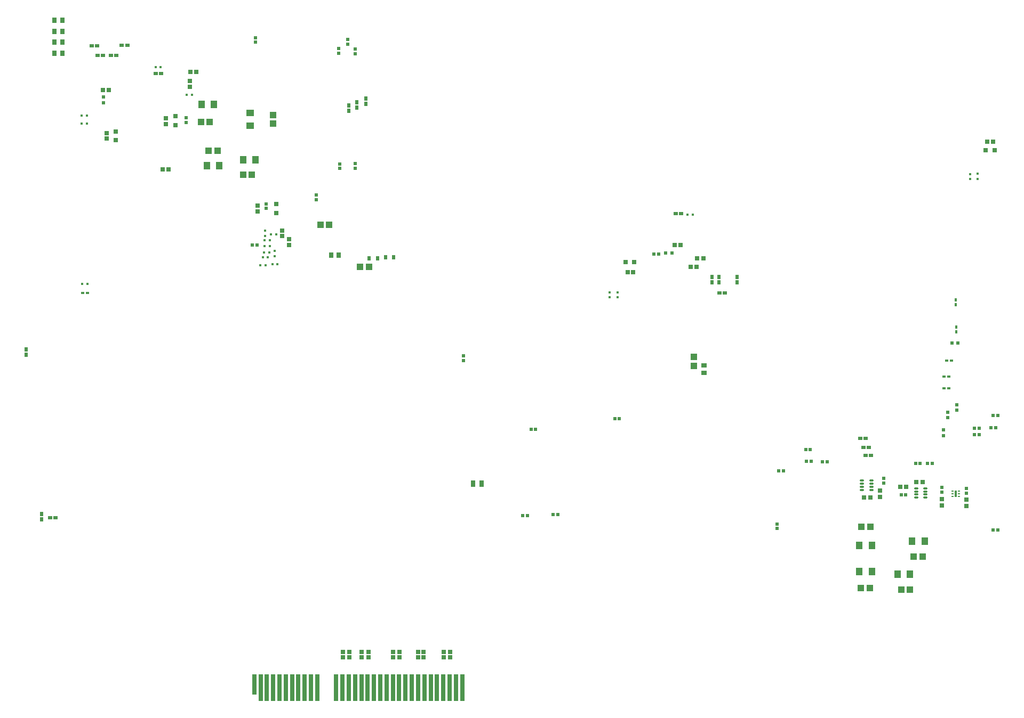
<source format=gbp>
G04*
G04 #@! TF.GenerationSoftware,Altium Limited,Altium Designer,21.6.4 (81)*
G04*
G04 Layer_Color=128*
%FSAX25Y25*%
%MOIN*%
G70*
G04*
G04 #@! TF.SameCoordinates,7F8DAD8D-1828-4383-9AFE-05E1B4F186B9*
G04*
G04*
G04 #@! TF.FilePolarity,Positive*
G04*
G01*
G75*
%ADD42R,0.01772X0.01772*%
%ADD43R,0.04331X0.04134*%
%ADD46R,0.04134X0.04331*%
%ADD52R,0.01457X0.00945*%
%ADD53R,0.01575X0.04252*%
%ADD60R,0.01968X0.01772*%
%ADD64R,0.02165X0.02165*%
%ADD68R,0.01772X0.01968*%
%ADD69R,0.02165X0.02165*%
%ADD86R,0.02816X0.02648*%
%ADD87R,0.02016X0.02288*%
%ADD88R,0.02911X0.02648*%
%ADD89R,0.02756X0.02756*%
%ADD106R,0.02559X0.02362*%
%ADD113R,0.02648X0.02911*%
%ADD119R,0.02362X0.02559*%
%ADD120R,0.02288X0.02016*%
%ADD124R,0.02648X0.02816*%
%ADD141R,0.02800X0.16500*%
%ADD142R,0.02800X0.12600*%
G04:AMPARAMS|DCode=253|XSize=25.98mil|YSize=12.6mil|CornerRadius=1.58mil|HoleSize=0mil|Usage=FLASHONLY|Rotation=0.000|XOffset=0mil|YOffset=0mil|HoleType=Round|Shape=RoundedRectangle|*
%AMROUNDEDRECTD253*
21,1,0.02598,0.00945,0,0,0.0*
21,1,0.02284,0.01260,0,0,0.0*
1,1,0.00315,0.01142,-0.00472*
1,1,0.00315,-0.01142,-0.00472*
1,1,0.00315,-0.01142,0.00472*
1,1,0.00315,0.01142,0.00472*
%
%ADD253ROUNDEDRECTD253*%
%ADD254R,0.02559X0.02559*%
%ADD255R,0.02559X0.02559*%
%ADD256R,0.02559X0.02756*%
%ADD257R,0.02835X0.03937*%
%ADD258R,0.02165X0.01968*%
%ADD259R,0.01968X0.02362*%
%ADD260R,0.02712X0.02648*%
%ADD261R,0.02953X0.02756*%
%ADD262R,0.02362X0.01968*%
%ADD263R,0.01772X0.01772*%
%ADD264R,0.03347X0.02953*%
%ADD265R,0.03150X0.03740*%
%ADD266R,0.03937X0.04921*%
%ADD267R,0.04921X0.03937*%
%ADD268R,0.02029X0.01860*%
%ADD269R,0.02205X0.02047*%
%ADD270R,0.02520X0.02677*%
%ADD271R,0.02756X0.02756*%
%ADD272R,0.02677X0.02520*%
%ADD273R,0.02362X0.03150*%
G54D42*
X0109055Y-0030315D02*
D03*
X0112205D02*
D03*
X0160863Y-0121457D02*
D03*
X0157713D02*
D03*
X0425197Y-0105512D02*
D03*
X0422047D02*
D03*
X0092732Y-0013129D02*
D03*
X0089583D02*
D03*
X0043268Y-0048355D02*
D03*
X0046417D02*
D03*
X0043268Y-0043355D02*
D03*
X0046417D02*
D03*
X0158107Y-0137205D02*
D03*
X0154957D02*
D03*
X0162437Y-0136417D02*
D03*
X0165587D02*
D03*
X0043701Y-0148819D02*
D03*
X0046850D02*
D03*
X0161596Y-0117597D02*
D03*
X0164746D02*
D03*
X0156434Y-0132185D02*
D03*
X0159583D02*
D03*
X0160863Y-0125000D02*
D03*
X0157713D02*
D03*
X0160469Y-0128937D02*
D03*
X0157319D02*
D03*
G54D43*
X0425938Y-0194488D02*
D03*
Y-0200000D02*
D03*
X0162992Y-0042913D02*
D03*
Y-0048425D02*
D03*
G54D46*
X0555512Y-0340158D02*
D03*
X0561024D02*
D03*
X0535827Y-0338976D02*
D03*
X0530315D02*
D03*
X0568898Y-0319291D02*
D03*
X0563386D02*
D03*
X0536221Y-0300787D02*
D03*
X0530709D02*
D03*
X0128159Y-0065403D02*
D03*
X0122648D02*
D03*
X0117825Y-0047401D02*
D03*
X0123337D02*
D03*
X0149606Y-0080315D02*
D03*
X0144095D02*
D03*
X0222835Y-0138189D02*
D03*
X0217323D02*
D03*
X0198031Y-0111811D02*
D03*
X0192520D02*
D03*
G54D52*
X0587625Y-0281567D02*
D03*
Y-0279992D02*
D03*
Y-0278418D02*
D03*
X0591680D02*
D03*
Y-0279992D02*
D03*
Y-0281567D02*
D03*
G54D53*
X0589652Y-0279992D02*
D03*
G54D60*
X0043925Y-0154365D02*
D03*
X0046878D02*
D03*
X0585335Y-0214173D02*
D03*
X0582382D02*
D03*
X0586909Y-0196850D02*
D03*
X0583957D02*
D03*
X0582382Y-0206693D02*
D03*
X0585335D02*
D03*
G54D64*
X0590748Y-0185827D02*
D03*
X0587205D02*
D03*
G54D68*
X0589764Y-0178642D02*
D03*
Y-0175689D02*
D03*
X0589730Y-0158745D02*
D03*
Y-0161698D02*
D03*
G54D69*
X0581890Y-0243602D02*
D03*
Y-0240059D02*
D03*
X0590158Y-0224311D02*
D03*
Y-0227854D02*
D03*
X0584646Y-0228937D02*
D03*
Y-0232480D02*
D03*
G54D86*
X0097553Y-0077165D02*
D03*
X0093785D02*
D03*
G54D87*
X0544471Y-0273290D02*
D03*
Y-0270412D02*
D03*
X0580866Y-0278931D02*
D03*
Y-0276053D02*
D03*
X0596220Y-0279718D02*
D03*
Y-0276840D02*
D03*
X0477872Y-0298948D02*
D03*
Y-0301826D02*
D03*
X0189764Y-0095927D02*
D03*
Y-0093049D02*
D03*
X0151751Y0002505D02*
D03*
Y0005383D02*
D03*
X0209449Y0004195D02*
D03*
Y0001317D02*
D03*
X0203839Y-0001514D02*
D03*
Y-0004392D02*
D03*
X0214173Y-0001711D02*
D03*
Y-0004589D02*
D03*
X0204537Y-0076439D02*
D03*
Y-0073561D02*
D03*
X0214173Y-0076242D02*
D03*
Y-0073364D02*
D03*
X0108661Y-0047638D02*
D03*
Y-0044760D02*
D03*
X0281890Y-0196715D02*
D03*
Y-0193836D02*
D03*
X0158661Y-0101429D02*
D03*
Y-0098551D02*
D03*
G54D88*
X0413911Y-0124409D02*
D03*
X0417585D02*
D03*
X0114829Y-0016142D02*
D03*
X0111155D02*
D03*
G54D89*
X0064528Y-0058729D02*
D03*
Y-0053218D02*
D03*
X0101969Y-0049213D02*
D03*
Y-0043701D02*
D03*
X0164961Y-0098819D02*
D03*
Y-0104331D02*
D03*
G54D106*
X0442028Y-0154331D02*
D03*
X0445374D02*
D03*
X0071752Y0000787D02*
D03*
X0068405D02*
D03*
X0053248Y-0005709D02*
D03*
X0056595D02*
D03*
X0536434Y-0256004D02*
D03*
X0533088D02*
D03*
X0535257Y-0250886D02*
D03*
X0531910D02*
D03*
X0533249Y-0245374D02*
D03*
X0529902D02*
D03*
X0414725Y-0104643D02*
D03*
X0418071D02*
D03*
X0052854Y0000394D02*
D03*
X0049508D02*
D03*
X0064862Y-0005709D02*
D03*
X0061516D02*
D03*
X0092831Y-0016929D02*
D03*
X0089484D02*
D03*
X0023524Y-0294882D02*
D03*
X0026870D02*
D03*
G54D113*
X0096063Y-0048687D02*
D03*
Y-0045013D02*
D03*
X0153150Y-0099738D02*
D03*
Y-0103412D02*
D03*
G54D119*
X0437303Y-0144390D02*
D03*
Y-0147736D02*
D03*
X0441732Y-0144390D02*
D03*
Y-0147736D02*
D03*
X0452854Y-0144390D02*
D03*
Y-0147736D02*
D03*
X0210236Y-0040431D02*
D03*
Y-0037085D02*
D03*
X0215354Y-0038291D02*
D03*
Y-0034944D02*
D03*
X0220866Y-0035972D02*
D03*
Y-0032626D02*
D03*
X0018110Y-0296161D02*
D03*
Y-0292815D02*
D03*
X0008661Y-0193012D02*
D03*
Y-0189665D02*
D03*
G54D120*
X0558375Y-0280755D02*
D03*
X0555497D02*
D03*
X0478876Y-0265748D02*
D03*
X0481754D02*
D03*
X0495805Y-0252362D02*
D03*
X0498683D02*
D03*
X0509116Y-0260136D02*
D03*
X0506238D02*
D03*
X0496199Y-0259842D02*
D03*
X0499077D02*
D03*
X0564506Y-0261119D02*
D03*
X0567384D02*
D03*
X0574766Y-0261122D02*
D03*
X0571888D02*
D03*
X0340809Y-0292913D02*
D03*
X0337931D02*
D03*
X0321912Y-0293701D02*
D03*
X0319033D02*
D03*
X0327030Y-0239764D02*
D03*
X0324151D02*
D03*
X0376514Y-0232972D02*
D03*
X0379392D02*
D03*
X0611553Y-0238583D02*
D03*
X0614431D02*
D03*
X0612887Y-0231102D02*
D03*
X0615765D02*
D03*
G54D124*
X0596220Y-0283876D02*
D03*
Y-0287644D02*
D03*
X0580866Y-0283482D02*
D03*
Y-0287250D02*
D03*
G54D141*
X0281102Y-0401427D02*
D03*
X0159055D02*
D03*
X0155118D02*
D03*
X0186614D02*
D03*
X0182677D02*
D03*
X0241732D02*
D03*
X0273228D02*
D03*
X0269291D02*
D03*
X0257480D02*
D03*
X0237795D02*
D03*
X0253543D02*
D03*
X0222047D02*
D03*
X0218110D02*
D03*
X0210236D02*
D03*
X0206299D02*
D03*
X0190551D02*
D03*
X0166929D02*
D03*
X0170866D02*
D03*
X0174803D02*
D03*
X0178740D02*
D03*
X0229921D02*
D03*
X0214173D02*
D03*
X0202362D02*
D03*
X0249606D02*
D03*
X0265354D02*
D03*
X0245669D02*
D03*
X0277165D02*
D03*
X0261417D02*
D03*
X0233858D02*
D03*
X0225984D02*
D03*
X0162992D02*
D03*
G54D142*
X0151181Y-0399477D02*
D03*
G54D253*
X0564889Y-0280519D02*
D03*
Y-0282487D02*
D03*
Y-0278550D02*
D03*
Y-0276582D02*
D03*
X0570676D02*
D03*
Y-0278550D02*
D03*
Y-0280519D02*
D03*
Y-0282487D02*
D03*
X0536772Y-0273701D02*
D03*
Y-0271732D02*
D03*
Y-0275669D02*
D03*
Y-0277638D02*
D03*
X0530984D02*
D03*
Y-0275669D02*
D03*
Y-0273701D02*
D03*
Y-0271732D02*
D03*
G54D254*
X0532266Y-0282481D02*
D03*
X0536203D02*
D03*
X0568963Y-0272841D02*
D03*
X0565026D02*
D03*
X0558727Y-0275597D02*
D03*
X0554790D02*
D03*
G54D255*
X0542126Y-0277953D02*
D03*
Y-0281890D02*
D03*
G54D256*
X0111024Y-0021752D02*
D03*
Y-0025492D02*
D03*
G54D257*
X0287835Y-0273622D02*
D03*
X0293268D02*
D03*
G54D258*
X0400984Y-0129921D02*
D03*
X0403937D02*
D03*
G54D259*
X0412205Y-0129528D02*
D03*
X0408268D02*
D03*
G54D260*
X0431943Y-0132677D02*
D03*
X0427900D02*
D03*
G54D261*
X0423917Y-0137992D02*
D03*
X0427658D02*
D03*
X0056595Y-0027362D02*
D03*
X0060335D02*
D03*
G54D262*
X0056824Y-0031594D02*
D03*
Y-0035531D02*
D03*
G54D263*
X0378083Y-0153937D02*
D03*
Y-0157087D02*
D03*
X0373083Y-0153937D02*
D03*
Y-0157087D02*
D03*
X0603357Y-0083008D02*
D03*
Y-0079858D02*
D03*
X0598425Y-0083071D02*
D03*
Y-0079921D02*
D03*
X0158008Y-0118602D02*
D03*
Y-0115453D02*
D03*
X0164012Y-0128150D02*
D03*
Y-0131299D02*
D03*
G54D264*
X0432237Y-0199705D02*
D03*
Y-0204232D02*
D03*
G54D265*
X0026083Y0016339D02*
D03*
X0031398D02*
D03*
X0026083Y0009449D02*
D03*
X0031398D02*
D03*
X0026083Y0002559D02*
D03*
X0031398D02*
D03*
X0026083Y-0004331D02*
D03*
X0031398D02*
D03*
X0199114Y-0130709D02*
D03*
X0204035D02*
D03*
G54D266*
X0561024Y-0330315D02*
D03*
X0553150D02*
D03*
X0529282Y-0328837D02*
D03*
X0537156D02*
D03*
X0562205Y-0309842D02*
D03*
X0570079D02*
D03*
X0529282Y-0312272D02*
D03*
X0537156D02*
D03*
X0125984Y-0036220D02*
D03*
X0118110D02*
D03*
X0121467Y-0074575D02*
D03*
X0129341D02*
D03*
X0144096Y-0071072D02*
D03*
X0151970D02*
D03*
G54D267*
X0148632Y-0049655D02*
D03*
Y-0041781D02*
D03*
G54D268*
X0612781Y-0302756D02*
D03*
X0615762D02*
D03*
X0152904Y-0124213D02*
D03*
X0149924D02*
D03*
G54D269*
X0604252Y-0242991D02*
D03*
X0601181D02*
D03*
X0604252Y-0239054D02*
D03*
X0601181D02*
D03*
G54D270*
X0172939Y-0124276D02*
D03*
Y-0120812D02*
D03*
X0059016Y-0054241D02*
D03*
Y-0057706D02*
D03*
X0168441Y-0115295D02*
D03*
Y-0118760D02*
D03*
X0273441Y-0382293D02*
D03*
Y-0378907D02*
D03*
X0206441D02*
D03*
Y-0382293D02*
D03*
X0210441D02*
D03*
Y-0378907D02*
D03*
X0218341D02*
D03*
Y-0382293D02*
D03*
X0222641D02*
D03*
Y-0378907D02*
D03*
X0237941Y-0382293D02*
D03*
Y-0378907D02*
D03*
X0241941Y-0382293D02*
D03*
Y-0378907D02*
D03*
X0253441Y-0382293D02*
D03*
Y-0378907D02*
D03*
X0256941D02*
D03*
Y-0382293D02*
D03*
X0269441D02*
D03*
Y-0378907D02*
D03*
G54D271*
X0388713Y-0135039D02*
D03*
X0383201D02*
D03*
X0613779Y-0064961D02*
D03*
X0608268D02*
D03*
G54D272*
X0609291Y-0059842D02*
D03*
X0612756D02*
D03*
X0384532Y-0141339D02*
D03*
X0387996D02*
D03*
G54D273*
X0228150Y-0132677D02*
D03*
X0223031D02*
D03*
X0238386Y-0131890D02*
D03*
X0233268D02*
D03*
M02*

</source>
